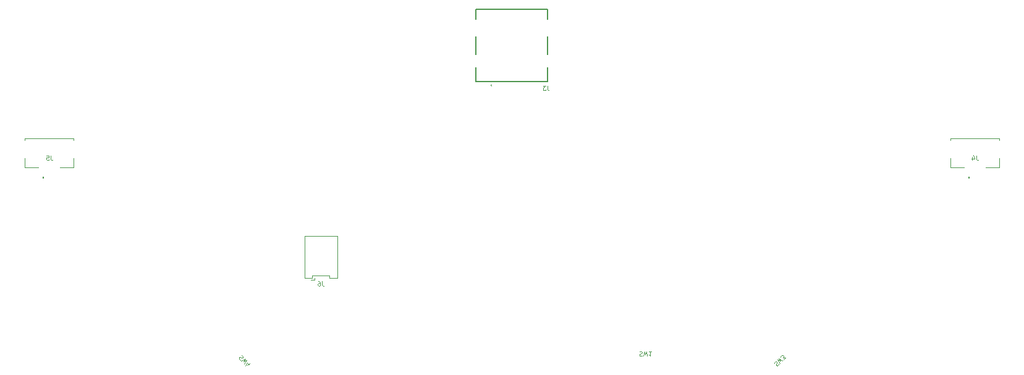
<source format=gbr>
%TF.GenerationSoftware,KiCad,Pcbnew,9.0.6-rc2*%
%TF.CreationDate,2025-11-20T00:57:41-08:00*%
%TF.ProjectId,LatteJr_Main_Board,4c617474-654a-4725-9f4d-61696e5f426f,rev?*%
%TF.SameCoordinates,Original*%
%TF.FileFunction,Legend,Bot*%
%TF.FilePolarity,Positive*%
%FSLAX46Y46*%
G04 Gerber Fmt 4.6, Leading zero omitted, Abs format (unit mm)*
G04 Created by KiCad (PCBNEW 9.0.6-rc2) date 2025-11-20 00:57:41*
%MOMM*%
%LPD*%
G01*
G04 APERTURE LIST*
%ADD10C,0.120000*%
%ADD11C,0.100000*%
%ADD12C,0.200000*%
G04 APERTURE END LIST*
D10*
X29458800Y-35200530D02*
X29458800Y-35629101D01*
X29458800Y-35629101D02*
X29487371Y-35714816D01*
X29487371Y-35714816D02*
X29544514Y-35771959D01*
X29544514Y-35771959D02*
X29630228Y-35800530D01*
X29630228Y-35800530D02*
X29687371Y-35800530D01*
X28887371Y-35200530D02*
X29173085Y-35200530D01*
X29173085Y-35200530D02*
X29201657Y-35486244D01*
X29201657Y-35486244D02*
X29173085Y-35457673D01*
X29173085Y-35457673D02*
X29115943Y-35429101D01*
X29115943Y-35429101D02*
X28973085Y-35429101D01*
X28973085Y-35429101D02*
X28915943Y-35457673D01*
X28915943Y-35457673D02*
X28887371Y-35486244D01*
X28887371Y-35486244D02*
X28858800Y-35543387D01*
X28858800Y-35543387D02*
X28858800Y-35686244D01*
X28858800Y-35686244D02*
X28887371Y-35743387D01*
X28887371Y-35743387D02*
X28915943Y-35771959D01*
X28915943Y-35771959D02*
X28973085Y-35800530D01*
X28973085Y-35800530D02*
X29115943Y-35800530D01*
X29115943Y-35800530D02*
X29173085Y-35771959D01*
X29173085Y-35771959D02*
X29201657Y-35743387D01*
X156283000Y-35200530D02*
X156283000Y-35629101D01*
X156283000Y-35629101D02*
X156311571Y-35714816D01*
X156311571Y-35714816D02*
X156368714Y-35771959D01*
X156368714Y-35771959D02*
X156454428Y-35800530D01*
X156454428Y-35800530D02*
X156511571Y-35800530D01*
X155740143Y-35400530D02*
X155740143Y-35800530D01*
X155883000Y-35171959D02*
X156025857Y-35600530D01*
X156025857Y-35600530D02*
X155654428Y-35600530D01*
X128595013Y-63635302D02*
X128635419Y-63554490D01*
X128635419Y-63554490D02*
X128736434Y-63453474D01*
X128736434Y-63453474D02*
X128797043Y-63433271D01*
X128797043Y-63433271D02*
X128837449Y-63433271D01*
X128837449Y-63433271D02*
X128898058Y-63453474D01*
X128898058Y-63453474D02*
X128938464Y-63493881D01*
X128938464Y-63493881D02*
X128958668Y-63554490D01*
X128958668Y-63554490D02*
X128958668Y-63594896D01*
X128958668Y-63594896D02*
X128938464Y-63655505D01*
X128938464Y-63655505D02*
X128877855Y-63756520D01*
X128877855Y-63756520D02*
X128857652Y-63817129D01*
X128857652Y-63817129D02*
X128857652Y-63857535D01*
X128857652Y-63857535D02*
X128877855Y-63918145D01*
X128877855Y-63918145D02*
X128918261Y-63958551D01*
X128918261Y-63958551D02*
X128978871Y-63978754D01*
X128978871Y-63978754D02*
X129019277Y-63978754D01*
X129019277Y-63978754D02*
X129079886Y-63958551D01*
X129079886Y-63958551D02*
X129180901Y-63857535D01*
X129180901Y-63857535D02*
X129221307Y-63776723D01*
X129382932Y-63655505D02*
X129059683Y-63130225D01*
X129059683Y-63130225D02*
X129443541Y-63352459D01*
X129443541Y-63352459D02*
X129221308Y-62968601D01*
X129221308Y-62968601D02*
X129746587Y-63291850D01*
X129867805Y-63170632D02*
X130130445Y-62907992D01*
X130130445Y-62907992D02*
X129827399Y-62887789D01*
X129827399Y-62887789D02*
X129888008Y-62827180D01*
X129888008Y-62827180D02*
X129908211Y-62766571D01*
X129908211Y-62766571D02*
X129908211Y-62726164D01*
X129908211Y-62726164D02*
X129888008Y-62665555D01*
X129888008Y-62665555D02*
X129786993Y-62564540D01*
X129786993Y-62564540D02*
X129726384Y-62544337D01*
X129726384Y-62544337D02*
X129685977Y-62544337D01*
X129685977Y-62544337D02*
X129625368Y-62564540D01*
X129625368Y-62564540D02*
X129504150Y-62685758D01*
X129504150Y-62685758D02*
X129483947Y-62746368D01*
X129483947Y-62746368D02*
X129483947Y-62786774D01*
X66666800Y-52444931D02*
X66666800Y-52873502D01*
X66666800Y-52873502D02*
X66695371Y-52959217D01*
X66695371Y-52959217D02*
X66752514Y-53016360D01*
X66752514Y-53016360D02*
X66838228Y-53044931D01*
X66838228Y-53044931D02*
X66895371Y-53044931D01*
X66123943Y-52444931D02*
X66238228Y-52444931D01*
X66238228Y-52444931D02*
X66295371Y-52473502D01*
X66295371Y-52473502D02*
X66323943Y-52502074D01*
X66323943Y-52502074D02*
X66381085Y-52587788D01*
X66381085Y-52587788D02*
X66409657Y-52702074D01*
X66409657Y-52702074D02*
X66409657Y-52930645D01*
X66409657Y-52930645D02*
X66381085Y-52987788D01*
X66381085Y-52987788D02*
X66352514Y-53016360D01*
X66352514Y-53016360D02*
X66295371Y-53044931D01*
X66295371Y-53044931D02*
X66181085Y-53044931D01*
X66181085Y-53044931D02*
X66123943Y-53016360D01*
X66123943Y-53016360D02*
X66095371Y-52987788D01*
X66095371Y-52987788D02*
X66066800Y-52930645D01*
X66066800Y-52930645D02*
X66066800Y-52787788D01*
X66066800Y-52787788D02*
X66095371Y-52730645D01*
X66095371Y-52730645D02*
X66123943Y-52702074D01*
X66123943Y-52702074D02*
X66181085Y-52673502D01*
X66181085Y-52673502D02*
X66295371Y-52673502D01*
X66295371Y-52673502D02*
X66352514Y-52702074D01*
X66352514Y-52702074D02*
X66381085Y-52730645D01*
X66381085Y-52730645D02*
X66409657Y-52787788D01*
X110126199Y-62070040D02*
X110211914Y-62041468D01*
X110211914Y-62041468D02*
X110354771Y-62041468D01*
X110354771Y-62041468D02*
X110411914Y-62070040D01*
X110411914Y-62070040D02*
X110440485Y-62098611D01*
X110440485Y-62098611D02*
X110469056Y-62155754D01*
X110469056Y-62155754D02*
X110469056Y-62212897D01*
X110469056Y-62212897D02*
X110440485Y-62270040D01*
X110440485Y-62270040D02*
X110411914Y-62298611D01*
X110411914Y-62298611D02*
X110354771Y-62327182D01*
X110354771Y-62327182D02*
X110240485Y-62355754D01*
X110240485Y-62355754D02*
X110183342Y-62384325D01*
X110183342Y-62384325D02*
X110154771Y-62412897D01*
X110154771Y-62412897D02*
X110126199Y-62470040D01*
X110126199Y-62470040D02*
X110126199Y-62527182D01*
X110126199Y-62527182D02*
X110154771Y-62584325D01*
X110154771Y-62584325D02*
X110183342Y-62612897D01*
X110183342Y-62612897D02*
X110240485Y-62641468D01*
X110240485Y-62641468D02*
X110383342Y-62641468D01*
X110383342Y-62641468D02*
X110469056Y-62612897D01*
X110669057Y-62641468D02*
X110811914Y-62041468D01*
X110811914Y-62041468D02*
X110926200Y-62470040D01*
X110926200Y-62470040D02*
X111040485Y-62041468D01*
X111040485Y-62041468D02*
X111183343Y-62641468D01*
X111726199Y-62041468D02*
X111383342Y-62041468D01*
X111554771Y-62041468D02*
X111554771Y-62641468D01*
X111554771Y-62641468D02*
X111497628Y-62555754D01*
X111497628Y-62555754D02*
X111440485Y-62498611D01*
X111440485Y-62498611D02*
X111383342Y-62470040D01*
X97501599Y-25630131D02*
X97501599Y-26058702D01*
X97501599Y-26058702D02*
X97530170Y-26144417D01*
X97530170Y-26144417D02*
X97587313Y-26201560D01*
X97587313Y-26201560D02*
X97673027Y-26230131D01*
X97673027Y-26230131D02*
X97730170Y-26230131D01*
X97273027Y-25630131D02*
X96901599Y-25630131D01*
X96901599Y-25630131D02*
X97101599Y-25858702D01*
X97101599Y-25858702D02*
X97015884Y-25858702D01*
X97015884Y-25858702D02*
X96958742Y-25887274D01*
X96958742Y-25887274D02*
X96930170Y-25915845D01*
X96930170Y-25915845D02*
X96901599Y-25972988D01*
X96901599Y-25972988D02*
X96901599Y-26115845D01*
X96901599Y-26115845D02*
X96930170Y-26172988D01*
X96930170Y-26172988D02*
X96958742Y-26201560D01*
X96958742Y-26201560D02*
X97015884Y-26230131D01*
X97015884Y-26230131D02*
X97187313Y-26230131D01*
X97187313Y-26230131D02*
X97244456Y-26201560D01*
X97244456Y-26201560D02*
X97273027Y-26172988D01*
X55596870Y-62574642D02*
X55677682Y-62615048D01*
X55677682Y-62615048D02*
X55778698Y-62716063D01*
X55778698Y-62716063D02*
X55798901Y-62776672D01*
X55798901Y-62776672D02*
X55798901Y-62817078D01*
X55798901Y-62817078D02*
X55778698Y-62877687D01*
X55778698Y-62877687D02*
X55738291Y-62918093D01*
X55738291Y-62918093D02*
X55677682Y-62938297D01*
X55677682Y-62938297D02*
X55637276Y-62938297D01*
X55637276Y-62938297D02*
X55576667Y-62918093D01*
X55576667Y-62918093D02*
X55475652Y-62857484D01*
X55475652Y-62857484D02*
X55415043Y-62837281D01*
X55415043Y-62837281D02*
X55374637Y-62837281D01*
X55374637Y-62837281D02*
X55314027Y-62857484D01*
X55314027Y-62857484D02*
X55273621Y-62897890D01*
X55273621Y-62897890D02*
X55253418Y-62958500D01*
X55253418Y-62958500D02*
X55253418Y-62998906D01*
X55253418Y-62998906D02*
X55273621Y-63059515D01*
X55273621Y-63059515D02*
X55374637Y-63160530D01*
X55374637Y-63160530D02*
X55455449Y-63200936D01*
X55576667Y-63362561D02*
X56101947Y-63039312D01*
X56101947Y-63039312D02*
X55879713Y-63423170D01*
X55879713Y-63423170D02*
X56263571Y-63200937D01*
X56263571Y-63200937D02*
X55940322Y-63726216D01*
X56425195Y-63928246D02*
X56708038Y-63645403D01*
X56162556Y-63988855D02*
X56364586Y-63584794D01*
X56364586Y-63584794D02*
X56627226Y-63847434D01*
D11*
%TO.C,J5*%
X25908800Y-32816200D02*
X25908800Y-32816200D01*
X25908800Y-32816200D02*
X32608800Y-32816200D01*
X25908800Y-32841200D02*
X25908800Y-32841200D01*
X25908800Y-32841200D02*
X25908800Y-33091200D01*
X25908800Y-33091200D02*
X25908800Y-32841200D01*
X25908800Y-33091200D02*
X25908800Y-33091200D01*
X25908800Y-35591200D02*
X25908800Y-35591200D01*
X25908800Y-35591200D02*
X25908800Y-36866200D01*
X25908800Y-36866200D02*
X25908800Y-35591200D01*
X25908800Y-36866200D02*
X25908800Y-36866200D01*
X25908800Y-36866200D02*
X25908800Y-36866200D01*
X25908800Y-36866200D02*
X27758800Y-36866200D01*
X27758800Y-36866200D02*
X25908800Y-36866200D01*
X27758800Y-36866200D02*
X27758800Y-36866200D01*
D12*
X28458800Y-38141200D02*
X28458800Y-38141200D01*
X28458800Y-38141200D02*
X28458800Y-38141200D01*
X28458801Y-38241200D02*
X28458801Y-38241200D01*
D11*
X30758800Y-36866200D02*
X30758800Y-36866200D01*
X30758800Y-36866200D02*
X32608800Y-36866200D01*
X32608800Y-32816200D02*
X25908800Y-32816200D01*
X32608800Y-32816200D02*
X32608800Y-32816200D01*
X32608800Y-32816200D02*
X32608800Y-32816200D01*
X32608800Y-32816200D02*
X32608800Y-33091200D01*
X32608800Y-33091200D02*
X32608800Y-32816200D01*
X32608800Y-33091200D02*
X32608800Y-33091200D01*
X32608800Y-35591200D02*
X32608800Y-35591200D01*
X32608800Y-35591200D02*
X32608800Y-36866200D01*
X32608800Y-36866200D02*
X30758800Y-36866200D01*
X32608800Y-36866200D02*
X32608800Y-35591200D01*
X32608800Y-36866200D02*
X32608800Y-36866200D01*
X32608800Y-36866200D02*
X32608800Y-36866200D01*
D12*
X28458800Y-38141200D02*
G75*
G02*
X28458801Y-38241200I0J-50000D01*
G01*
X28458800Y-38141200D02*
G75*
G02*
X28458801Y-38241200I0J-50000D01*
G01*
X28458801Y-38241200D02*
G75*
G02*
X28458800Y-38141200I-1J50000D01*
G01*
D11*
%TO.C,J4*%
X152733000Y-32816200D02*
X152733000Y-32816200D01*
X152733000Y-32816200D02*
X159433000Y-32816200D01*
X152733000Y-32841200D02*
X152733000Y-32841200D01*
X152733000Y-32841200D02*
X152733000Y-33091200D01*
X152733000Y-33091200D02*
X152733000Y-32841200D01*
X152733000Y-33091200D02*
X152733000Y-33091200D01*
X152733000Y-35591200D02*
X152733000Y-35591200D01*
X152733000Y-35591200D02*
X152733000Y-36866200D01*
X152733000Y-36866200D02*
X152733000Y-35591200D01*
X152733000Y-36866200D02*
X152733000Y-36866200D01*
X152733000Y-36866200D02*
X152733000Y-36866200D01*
X152733000Y-36866200D02*
X154583000Y-36866200D01*
X154583000Y-36866200D02*
X152733000Y-36866200D01*
X154583000Y-36866200D02*
X154583000Y-36866200D01*
D12*
X155283000Y-38141200D02*
X155283000Y-38141200D01*
X155283000Y-38141200D02*
X155283000Y-38141200D01*
X155283001Y-38241200D02*
X155283001Y-38241200D01*
D11*
X157583000Y-36866200D02*
X157583000Y-36866200D01*
X157583000Y-36866200D02*
X159433000Y-36866200D01*
X159433000Y-32816200D02*
X152733000Y-32816200D01*
X159433000Y-32816200D02*
X159433000Y-32816200D01*
X159433000Y-32816200D02*
X159433000Y-32816200D01*
X159433000Y-32816200D02*
X159433000Y-33091200D01*
X159433000Y-33091200D02*
X159433000Y-32816200D01*
X159433000Y-33091200D02*
X159433000Y-33091200D01*
X159433000Y-35591200D02*
X159433000Y-35591200D01*
X159433000Y-35591200D02*
X159433000Y-36866200D01*
X159433000Y-36866200D02*
X157583000Y-36866200D01*
X159433000Y-36866200D02*
X159433000Y-35591200D01*
X159433000Y-36866200D02*
X159433000Y-36866200D01*
X159433000Y-36866200D02*
X159433000Y-36866200D01*
D12*
X155283000Y-38141200D02*
G75*
G02*
X155283001Y-38241200I0J-50000D01*
G01*
X155283000Y-38141200D02*
G75*
G02*
X155283001Y-38241200I0J-50000D01*
G01*
X155283001Y-38241200D02*
G75*
G02*
X155283000Y-38141200I-1J50000D01*
G01*
D10*
%TO.C,J6*%
X64236800Y-46263600D02*
X66471800Y-46263600D01*
X64236800Y-51983600D02*
X64236800Y-46263600D01*
X65306800Y-51683600D02*
X65306800Y-51983600D01*
X65306800Y-51983600D02*
X64236800Y-51983600D01*
X65596800Y-51973600D02*
X65596800Y-52273600D01*
X65596800Y-52273600D02*
X65096800Y-52273600D01*
X66471800Y-51683600D02*
X65306800Y-51683600D01*
X66471800Y-51683600D02*
X67636800Y-51683600D01*
X67636800Y-51683600D02*
X67636800Y-51983600D01*
X67636800Y-51983600D02*
X68706800Y-51983599D01*
X68706799Y-46263600D02*
X66471800Y-46263600D01*
X68706800Y-51983599D02*
X68706799Y-46263600D01*
D12*
%TO.C,J3*%
X87677599Y-15173800D02*
X97527599Y-15173800D01*
X87677599Y-16508799D02*
X87677599Y-15173800D01*
X87677599Y-21308800D02*
X87677599Y-18908800D01*
X87677599Y-23108800D02*
X87677599Y-25043800D01*
X87677599Y-25043800D02*
X97527599Y-25043800D01*
D11*
X89802599Y-25508799D02*
X89802599Y-25508799D01*
X89802599Y-25608800D02*
X89802599Y-25608800D01*
D12*
X97527599Y-15173800D02*
X97527599Y-16508799D01*
X97527599Y-18908800D02*
X97527599Y-21308800D01*
X97527599Y-25043800D02*
X97527599Y-23108800D01*
D11*
X89802599Y-25508799D02*
G75*
G02*
X89802599Y-25608801I0J-50001D01*
G01*
X89802599Y-25608800D02*
G75*
G02*
X89802599Y-25508800I1J50000D01*
G01*
%TD*%
M02*

</source>
